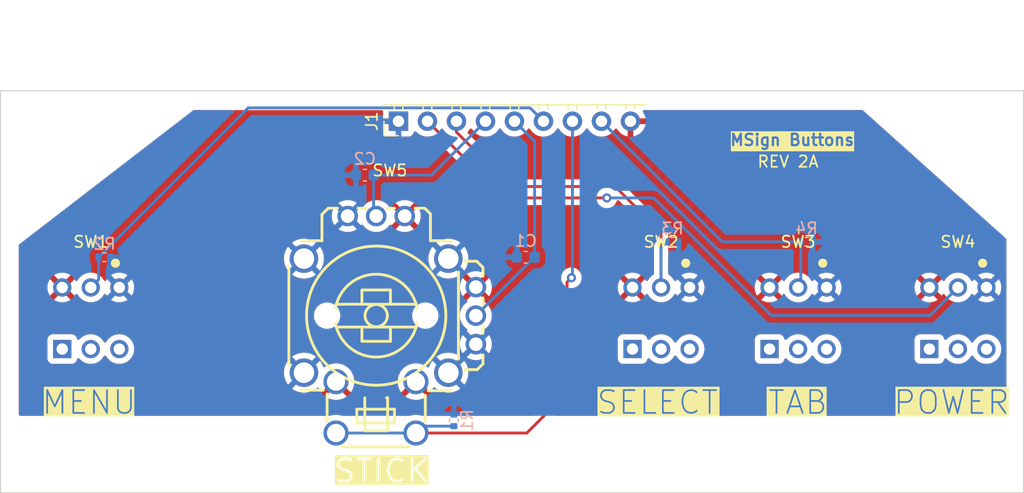
<source format=kicad_pcb>
(kicad_pcb (version 20221018) (generator pcbnew)
  (layers (0 "F.Cu" signal) (31 "B.Cu" signal) (34 "B.Paste" user) (35 "F.Paste" user) (36 "B.SilkS" user "B.Silkscreen") (37 "F.SilkS" user "F.Silkscreen") (38 "B.Mask" user) (39 "F.Mask" user) (44 "Edge.Cuts" user))
  (net 0 "")
  (net 1 "/YADC")
  (net 2 "GND")
  (net 3 "/XADC")
  (net 4 "+3V3")
  (net 5 "/TABBTN")
  (net 6 "/ADCBTN")
  (net 7 "/MENBTN")
  (net 8 "/SELBTN")
  (net 9 "/PWRBTN")
  (footprint "easyeda2kicad:JLCPCB-ToolingHole" (layer "F.Cu") (at 106.6 92.8)
    (fp_text reference "" hide)
    (fp_text value "" hide)
    (pad "" np_thru_hole circle (at 0 0) (size 1.152 1.152) (drill 1.152) (layers "F&B.Cu" "*.Mask"))
  )
  (footprint "easyeda2kicad:SW-TH_6P-L8.45-W8.45-P2.50-LS5.5-BL" (layer "F.Cu") (at 172.75 110.45)
    (fp_text reference "SW3" (at 0 -6.7) (layer "F.SilkS"))
    (fp_text value "PB-22E86C")
    (fp_circle (center 2.16 -4.83) (end 2.36 -4.83) (stroke (width 0.4)) (fill none) (layer "F.SilkS"))
    (pad "1" thru_hole circle (at 2.5 -2.7 180) (size 1.6 1.6) (drill 0.999998) (layers "*.Cu" "*.Mask") (net 2 "GND"))
    (pad "2" thru_hole circle (at 0 -2.7 180) (size 1.6 1.6) (drill 0.999998) (layers "*.Cu" "*.Mask") (net 5 "/TABBTN"))
    (pad "3" thru_hole circle (at -2.5 -2.7 180) (size 1.6 1.6) (drill 0.999998) (layers "*.Cu" "*.Mask") (net 4 "+3V3"))
    (pad "4" thru_hole circle (at 2.5 2.7 180) (size 1.6 1.6) (drill 0.999998) (layers "*.Cu" "*.Mask"))
    (pad "5" thru_hole circle (at 0 2.7 180) (size 1.6 1.6) (drill 0.999998) (layers "*.Cu" "*.Mask"))
    (pad "6" thru_hole rect (at -2.5 2.7 180) (size 1.6 1.6) (drill 0.999998) (layers "*.Cu" "*.Mask"))
  )
  (footprint "easyeda2kicad:SW-TH_6P-L8.45-W8.45-P2.50-LS5.5-BL" (layer "F.Cu") (at 160.75 110.45)
    (fp_text reference "SW2" (at 0 -6.7) (layer "F.SilkS"))
    (fp_text value "PB-22E86C")
    (fp_circle (center 2.16 -4.83) (end 2.36 -4.83) (stroke (width 0.4)) (fill none) (layer "F.SilkS"))
    (pad "1" thru_hole circle (at 2.5 -2.7 180) (size 1.6 1.6) (drill 0.999998) (layers "*.Cu" "*.Mask") (net 2 "GND"))
    (pad "2" thru_hole circle (at 0 -2.7 180) (size 1.6 1.6) (drill 0.999998) (layers "*.Cu" "*.Mask") (net 8 "/SELBTN"))
    (pad "3" thru_hole circle (at -2.5 -2.7 180) (size 1.6 1.6) (drill 0.999998) (layers "*.Cu" "*.Mask") (net 4 "+3V3"))
    (pad "4" thru_hole circle (at 2.5 2.7 180) (size 1.6 1.6) (drill 0.999998) (layers "*.Cu" "*.Mask"))
    (pad "5" thru_hole circle (at 0 2.7 180) (size 1.6 1.6) (drill 0.999998) (layers "*.Cu" "*.Mask"))
    (pad "6" thru_hole rect (at -2.5 2.7 180) (size 1.6 1.6) (drill 0.999998) (layers "*.Cu" "*.Mask"))
  )
  (footprint "easyeda2kicad:SW-TH_6P-L8.45-W8.45-P2.50-LS5.5-BL" (layer "F.Cu") (at 186.75 110.45)
    (fp_text reference "SW4" (at 0 -6.7) (layer "F.SilkS"))
    (fp_text value "PB-22E86C")
    (fp_circle (center 2.16 -4.83) (end 2.36 -4.83) (stroke (width 0.4)) (fill none) (layer "F.SilkS"))
    (pad "1" thru_hole circle (at 2.5 -2.7 180) (size 1.6 1.6) (drill 0.999998) (layers "*.Cu" "*.Mask") (net 2 "GND"))
    (pad "2" thru_hole circle (at 0 -2.7 180) (size 1.6 1.6) (drill 0.999998) (layers "*.Cu" "*.Mask") (net 9 "/PWRBTN"))
    (pad "3" thru_hole circle (at -2.5 -2.7 180) (size 1.6 1.6) (drill 0.999998) (layers "*.Cu" "*.Mask") (net 4 "+3V3"))
    (pad "4" thru_hole circle (at 2.5 2.7 180) (size 1.6 1.6) (drill 0.999998) (layers "*.Cu" "*.Mask"))
    (pad "5" thru_hole circle (at 0 2.7 180) (size 1.6 1.6) (drill 0.999998) (layers "*.Cu" "*.Mask"))
    (pad "6" thru_hole rect (at -2.5 2.7 180) (size 1.6 1.6) (drill 0.999998) (layers "*.Cu" "*.Mask"))
  )
  (footprint "easyeda2kicad:SW-TH_RKJXV1224005" (layer "F.Cu") (at 137 111)
    (fp_text reference "SW5" (at 0 -13.51) (layer "F.SilkS"))
    (fp_text value "RKJXV1224005")
    (fp_line (start -8.85 -5.12) (end -8.85 3.55) (stroke (width 0.25)) (layer "F.SilkS"))
    (fp_line (start -7.75 -7.35) (end -5.95 -7.35) (stroke (width 0.25)) (layer "F.SilkS"))
    (fp_line (start -7.75 5.75) (end -5.83 5.75) (stroke (width 0.25)) (layer "F.SilkS"))
    (fp_line (start -5.95 -9.65) (end -5.4 -10.2) (stroke (width 0.25)) (layer "F.SilkS"))
    (fp_line (start -5.95 -7.35) (end -5.95 -9.65) (stroke (width 0.25)) (layer "F.SilkS"))
    (fp_line (start -5.5 6.09) (end -5.5 8.43) (stroke (width 0.25)) (layer "F.SilkS"))
    (fp_line (start -5.4 -10.2) (end -4.6 -10.2) (stroke (width 0.25)) (layer "F.SilkS"))
    (fp_line (start -4.7 -1.78) (end 2.3 -1.78) (stroke (width 0.25)) (layer "F.SilkS"))
    (fp_line (start -4.7 0.22) (end 2.3 0.22) (stroke (width 0.25)) (layer "F.SilkS"))
    (fp_line (start -4.16 10.72) (end 1.72 10.72) (stroke (width 0.25)) (layer "F.SilkS"))
    (fp_line (start -2.9 7.42) (end 0.4 7.42) (stroke (width 0.25)) (layer "F.SilkS"))
    (fp_line (start -2.9 8.62) (end -2.9 7.42) (stroke (width 0.25)) (layer "F.SilkS"))
    (fp_line (start -2.8 -10.2) (end -2.1 -10.2) (stroke (width 0.25)) (layer "F.SilkS"))
    (fp_line (start -2.45 -3.03) (end 0.05 -3.03) (stroke (width 0.25)) (layer "F.SilkS"))
    (fp_line (start -2.45 -1.78) (end -2.45 -3.03) (stroke (width 0.25)) (layer "F.SilkS"))
    (fp_line (start -2.45 1.47) (end -2.45 0.22) (stroke (width 0.25)) (layer "F.SilkS"))
    (fp_line (start -2.2 6.42) (end -2.2 9.32) (stroke (width 0.25)) (layer "F.SilkS"))
    (fp_line (start -2.2 9.32) (end -0.2 9.32) (stroke (width 0.25)) (layer "F.SilkS"))
    (fp_line (start -0.3 -10.2) (end 0.4 -10.2) (stroke (width 0.25)) (layer "F.SilkS"))
    (fp_line (start -0.2 6.42) (end -0.3 6.42) (stroke (width 0.25)) (layer "F.SilkS"))
    (fp_line (start -0.2 9.32) (end -0.2 6.42) (stroke (width 0.25)) (layer "F.SilkS"))
    (fp_line (start 0.05 -3.03) (end 0.05 -1.78) (stroke (width 0.25)) (layer "F.SilkS"))
    (fp_line (start 0.05 0.22) (end 0.05 1.47) (stroke (width 0.25)) (layer "F.SilkS"))
    (fp_line (start 0.05 1.47) (end -2.45 1.47) (stroke (width 0.25)) (layer "F.SilkS"))
    (fp_line (start 0.4 7.42) (end 0.4 8.62) (stroke (width 0.25)) (layer "F.SilkS"))
    (fp_line (start 0.4 8.62) (end -2.9 8.62) (stroke (width 0.25)) (layer "F.SilkS"))
    (fp_line (start 2.2 -10.2) (end 3.05 -10.2) (stroke (width 0.25)) (layer "F.SilkS"))
    (fp_line (start 3.05 -10.2) (end 3.55 -9.7) (stroke (width 0.25)) (layer "F.SilkS"))
    (fp_line (start 3.1 6.2) (end 3.1 8.46) (stroke (width 0.25)) (layer "F.SilkS"))
    (fp_line (start 3.55 -9.7) (end 3.55 -7.35) (stroke (width 0.25)) (layer "F.SilkS"))
    (fp_line (start 3.55 -7.35) (end 5.35 -7.35) (stroke (width 0.25)) (layer "F.SilkS"))
    (fp_line (start 5.35 -7.35) (end 5.35 -7.25) (stroke (width 0.25)) (layer "F.SilkS"))
    (fp_line (start 5.35 5.8) (end 3.35 5.8) (stroke (width 0.25)) (layer "F.SilkS"))
    (fp_line (start 6 -4.59) (end 6 3.02) (stroke (width 0.25)) (layer "F.SilkS"))
    (fp_line (start 6.01 -4.6) (end 6 -4.59) (stroke (width 0.25)) (layer "F.SilkS"))
    (fp_line (start 6.01 3.03) (end 6 3.02) (stroke (width 0.25)) (layer "F.SilkS"))
    (fp_line (start 6.59 -5.55) (end 7.6 -5.55) (stroke (width 0.25)) (layer "F.SilkS"))
    (fp_line (start 7.6 -5.55) (end 8.15 -5) (stroke (width 0.25)) (layer "F.SilkS"))
    (fp_line (start 7.65 3.95) (end 6.58 3.95) (stroke (width 0.25)) (layer "F.SilkS"))
    (fp_line (start 8.15 -5) (end 8.15 -4.23) (stroke (width 0.25)) (layer "F.SilkS"))
    (fp_line (start 8.15 -2.34) (end 8.15 -1.73) (stroke (width 0.25)) (layer "F.SilkS"))
    (fp_line (start 8.15 0.16) (end 8.15 0.77) (stroke (width 0.25)) (layer "F.SilkS"))
    (fp_line (start 8.15 2.66) (end 8.15 3.45) (stroke (width 0.25)) (layer "F.SilkS"))
    (fp_line (start 8.15 3.45) (end 7.65 3.95) (stroke (width 0.25)) (layer "F.SilkS"))
    (fp_circle (center -1.2 -0.78) (end -0.22 -0.78) (stroke (width 0.25)) (fill none) (layer "F.SilkS"))
    (fp_circle (center -1.2 -0.78) (end 2.43 -0.78) (stroke (width 0.25)) (fill none) (layer "F.SilkS"))
    (fp_circle (center -1.2 -0.78) (end 4.9 -0.78) (stroke (width 0.25)) (fill none) (layer "F.SilkS"))
    (pad "" np_thru_hole circle (at -5.5 -0.78) (size 1.8 1.8) (drill 1.8) (layers "F&B.Cu" "*.Mask"))
    (pad "" np_thru_hole circle (at 3.1 -0.78) (size 1.8 1.8) (drill 1.8) (layers "F&B.Cu" "*.Mask"))
    (pad "1" thru_hole circle (at 7.53 1.72) (size 1.8 1.8) (drill 1.199998) (layers "*.Cu" "*.Mask") (net 2 "GND"))
    (pad "2" thru_hole circle (at 7.53 -0.78) (size 1.8 1.8) (drill 1.199998) (layers "*.Cu" "*.Mask") (net 1 "/YADC"))
    (pad "3" thru_hole circle (at 7.53 -3.28) (size 1.8 1.8) (drill 1.199998) (layers "*.Cu" "*.Mask") (net 4 "+3V3"))
    (pad "4" thru_hole circle (at 1.3 -9.51) (size 1.8 1.8) (drill 1.199998) (layers "*.Cu" "*.Mask") (net 4 "+3V3"))
    (pad "5" thru_hole circle (at -1.2 -9.51) (size 1.8 1.8) (drill 1.199998) (layers "*.Cu" "*.Mask") (net 3 "/XADC"))
    (pad "6" thru_hole circle (at -3.7 -9.51) (size 1.8 1.8) (drill 1.199998) (layers "*.Cu" "*.Mask") (net 2 "GND"))
    (pad "7" thru_hole circle (at -7.53 -5.78) (size 2.5 2.5) (drill 1.799996) (layers "*.Cu" "*.Mask") (net 2 "GND"))
    (pad "8" thru_hole circle (at -7.53 4.22) (size 2.5 2.5) (drill 1.799996) (layers "*.Cu" "*.Mask") (net 2 "GND"))
    (pad "9" thru_hole circle (at 5.12 4.22) (size 2.5 2.5) (drill 1.799996) (layers "*.Cu" "*.Mask") (net 2 "GND"))
    (pad "10" thru_hole circle (at 5.12 -5.78) (size 2.5 2.5) (drill 1.799996) (layers "*.Cu" "*.Mask") (net 2 "GND"))
    (pad "a" thru_hole circle (at -4.72 5.01) (size 2.2 2.2) (drill 1.599997) (layers "*.Cu" "*.Mask") (net 4 "+3V3"))
    (pad "b" thru_hole circle (at -4.72 9.51) (size 2.2 2.2) (drill 1.599997) (layers "*.Cu" "*.Mask") (net 6 "/ADCBTN"))
    (pad "c" thru_hole circle (at 2.28 5.01) (size 2.2 2.2) (drill 1.599997) (layers "*.Cu" "*.Mask") (net 4 "+3V3"))
    (pad "d" thru_hole circle (at 2.28 9.51) (size 2.2 2.2) (drill 1.599997) (layers "*.Cu" "*.Mask") (net 6 "/ADCBTN"))
  )
  (footprint "easyeda2kicad:SW-TH_6P-L8.45-W8.45-P2.50-LS5.5-BL" (layer "F.Cu") (at 110.8 110.45)
    (fp_text reference "SW1" (at 0 -6.7) (layer "F.SilkS"))
    (fp_text value "PB-22E86C")
    (fp_circle (center 2.16 -4.83) (end 2.36 -4.83) (stroke (width 0.4)) (fill none) (layer "F.SilkS"))
    (pad "1" thru_hole circle (at 2.5 -2.7 180) (size 1.6 1.6) (drill 0.999998) (layers "*.Cu" "*.Mask") (net 2 "GND"))
    (pad "2" thru_hole circle (at 0 -2.7 180) (size 1.6 1.6) (drill 0.999998) (layers "*.Cu" "*.Mask") (net 7 "/MENBTN"))
    (pad "3" thru_hole circle (at -2.5 -2.7 180) (size 1.6 1.6) (drill 0.999998) (layers "*.Cu" "*.Mask") (net 4 "+3V3"))
    (pad "4" thru_hole circle (at 2.5 2.7 180) (size 1.6 1.6) (drill 0.999998) (layers "*.Cu" "*.Mask"))
    (pad "5" thru_hole circle (at 0 2.7 180) (size 1.6 1.6) (drill 0.999998) (layers "*.Cu" "*.Mask"))
    (pad "6" thru_hole rect (at -2.5 2.7 180) (size 1.6 1.6) (drill 0.999998) (layers "*.Cu" "*.Mask"))
  )
  (footprint "easyeda2kicad:JLCPCB-ToolingHole" (layer "F.Cu") (at 187 94)
    (fp_text reference "" hide)
    (fp_text value "" hide)
    (pad "" np_thru_hole circle (at 0 0) (size 1.152 1.152) (drill 1.152) (layers "F&B.Cu" "*.Mask"))
  )
  (footprint "Connector_PinHeader_2.54mm:PinHeader_1x09_P2.54mm_Horizontal" (layer "F.Cu") (at 137.75 93.175 90)
    (fp_text reference "J1" (at 0 -2.34 90) (layer "F.SilkS"))
    (fp_text value "Conn_01x09_Pin")
    (fp_line (start -1.27 -1.27) (end 0 -1.27) (stroke (width 0.12)) (layer "F.SilkS"))
    (fp_line (start -1.27 0) (end -1.27 -1.27) (stroke (width 0.12)) (layer "F.SilkS"))
    (fp_line (start 1.042929 2.16) (end 1.44 2.16) (stroke (width 0.12)) (layer "F.SilkS"))
    (fp_line (start 1.042929 2.92) (end 1.44 2.92) (stroke (width 0.12)) (layer "F.SilkS"))
    (fp_line (start 1.042929 4.7) (end 1.44 4.7) (stroke (width 0.12)) (layer "F.SilkS"))
    (fp_line (start 1.042929 5.46) (end 1.44 5.46) (stroke (width 0.12)) (layer "F.SilkS"))
    (fp_line (start 1.042929 7.24) (end 1.44 7.24) (stroke (width 0.12)) (layer "F.SilkS"))
    (fp_line (start 1.042929 8) (end 1.44 8) (stroke (width 0.12)) (layer "F.SilkS"))
    (fp_line (start 1.042929 9.78) (end 1.44 9.78) (stroke (width 0.12)) (layer "F.SilkS"))
    (fp_line (start 1.042929 10.54) (end 1.44 10.54) (stroke (width 0.12)) (layer "F.SilkS"))
    (fp_line (start 1.042929 12.32) (end 1.44 12.32) (stroke (width 0.12)) (layer "F.SilkS"))
    (fp_line (start 1.042929 13.08) (end 1.44 13.08) (stroke (width 0.12)) (layer "F.SilkS"))
    (fp_line (start 1.042929 14.86) (end 1.44 14.86) (stroke (width 0.12)) (layer "F.SilkS"))
    (fp_line (start 1.042929 15.62) (end 1.44 15.62) (stroke (width 0.12)) (layer "F.SilkS"))
    (fp_line (start 1.042929 17.4) (end 1.44 17.4) (stroke (width 0.12)) (layer "F.SilkS"))
    (fp_line (start 1.042929 18.16) (end 1.44 18.16) (stroke (width 0.12)) (layer "F.SilkS"))
    (fp_line (start 1.042929 19.94) (end 1.44 19.94) (stroke (width 0.12)) (layer "F.SilkS"))
    (fp_line (start 1.042929 20.7) (end 1.44 20.7) (stroke (width 0.12)) (layer "F.SilkS"))
    (fp_line (start 1.11 -0.38) (end 1.44 -0.38) (stroke (width 0.12)) (layer "F.SilkS"))
    (fp_line (start 1.11 0.38) (end 1.44 0.38) (stroke (width 0.12)) (layer "F.SilkS"))
    (fp_line (start 1.44 -1.33) (end 1.44 21.65) (stroke (width 0.12)) (layer "F.SilkS"))
    (pad "1" thru_hole rect (at 0 0 90) (size 1.7 1.7) (drill 1) (layers "*.Cu" "*.Mask") (net 2 "GND"))
    (pad "2" thru_hole oval (at 0 2.54 90) (size 1.7 1.7) (drill 1) (layers "*.Cu" "*.Mask") (net 9 "/PWRBTN"))
    (pad "3" thru_hole oval (at 0 5.08 90) (size 1.7 1.7) (drill 1) (layers "*.Cu" "*.Mask") (net 8 "/SELBTN"))
    (pad "4" thru_hole oval (at 0 7.62 90) (size 1.7 1.7) (drill 1) (layers "*.Cu" "*.Mask") (net 3 "/XADC"))
    (pad "5" thru_hole oval (at 0 10.16 90) (size 1.7 1.7) (drill 1) (layers "*.Cu" "*.Mask") (net 1 "/YADC"))
    (pad "6" thru_hole oval (at 0 12.7 90) (size 1.7 1.7) (drill 1) (layers "*.Cu" "*.Mask") (net 7 "/MENBTN"))
    (pad "7" thru_hole oval (at 0 15.24 90) (size 1.7 1.7) (drill 1) (layers "*.Cu" "*.Mask") (net 6 "/ADCBTN"))
    (pad "8" thru_hole oval (at 0 17.78 90) (size 1.7 1.7) (drill 1) (layers "*.Cu" "*.Mask") (net 5 "/TABBTN"))
    (pad "9" thru_hole oval (at 0 20.32 90) (size 1.7 1.7) (drill 1) (layers "*.Cu" "*.Mask") (net 4 "+3V3"))
  )
  (footprint "easyeda2kicad:JLCPCB-ToolingHole" (layer "F.Cu") (at 105.1 123.7)
    (fp_text reference "" hide)
    (fp_text value "" hide)
    (pad "" np_thru_hole circle (at 0 0) (size 1.152 1.152) (drill 1.152) (layers "F&B.Cu" "*.Mask"))
  )
  (footprint "easyeda2kicad:JLCPCB-ToolingHole" (layer "F.Cu") (at 189 123)
    (fp_text reference "" hide)
    (fp_text value "" hide)
    (pad "" np_thru_hole circle (at 0 0) (size 1.152 1.152) (drill 1.152) (layers "F&B.Cu" "*.Mask"))
  )
  (footprint "Capacitor_SMD:C_0603_1608Metric" (layer "B.Cu") (at 148.9 105.1 180)
    (fp_text reference "C1" (at 0 1.43) (layer "B.SilkS") (effects (justify mirror)))
    (fp_text value "47nF")
    (fp_line (start -0.14058 -0.51) (end 0.14058 -0.51) (stroke (width 0.12)) (layer "B.SilkS"))
    (fp_line (start -0.14058 0.51) (end 0.14058 0.51) (stroke (width 0.12)) (layer "B.SilkS"))
    (pad "1" smd roundrect (at -0.775 0 180) (size 0.9 0.95) (layers "B.Cu" "B.Paste" "B.Mask") (net 1 "/YADC"))
    (pad "2" smd roundrect (at 0.775 0 180) (size 0.9 0.95) (layers "B.Cu" "B.Paste" "B.Mask") (net 2 "GND"))
  )
  (footprint "Resistor_SMD:R_0402_1005Metric" (layer "B.Cu") (at 112 105.1 180)
    (fp_text reference "R2" (at 0 1.17) (layer "B.SilkS") (effects (justify mirror)))
    (fp_text value "12k")
    (fp_line (start -0.153641 -0.38) (end 0.153641 -0.38) (stroke (width 0.12)) (layer "B.SilkS"))
    (fp_line (start -0.153641 0.38) (end 0.153641 0.38) (stroke (width 0.12)) (layer "B.SilkS"))
    (pad "1" smd roundrect (at -0.51 0 180) (size 0.54 0.64) (layers "B.Cu" "B.Paste" "B.Mask") (net 2 "GND"))
    (pad "2" smd roundrect (at 0.51 0 180) (size 0.54 0.64) (layers "B.Cu" "B.Paste" "B.Mask") (net 7 "/MENBTN"))
  )
  (footprint "Resistor_SMD:R_0402_1005Metric" (layer "B.Cu") (at 142.6 119.4 90)
    (fp_text reference "R1" (at 0 1.17 90) (layer "B.SilkS") (effects (justify mirror)))
    (fp_text value "12k")
    (fp_line (start -0.153641 -0.38) (end 0.153641 -0.38) (stroke (width 0.12)) (layer "B.SilkS"))
    (fp_line (start -0.153641 0.38) (end 0.153641 0.38) (stroke (width 0.12)) (layer "B.SilkS"))
    (pad "1" smd roundrect (at -0.51 0 90) (size 0.54 0.64) (layers "B.Cu" "B.Paste" "B.Mask") (net 6 "/ADCBTN"))
    (pad "2" smd roundrect (at 0.51 0 90) (size 0.54 0.64) (layers "B.Cu" "B.Paste" "B.Mask") (net 2 "GND"))
  )
  (footprint "Resistor_SMD:R_0402_1005Metric" (layer "B.Cu") (at 161.75 103.75 180)
    (fp_text reference "R3" (at 0 1.17) (layer "B.SilkS") (effects (justify mirror)))
    (fp_text value "12k")
    (fp_line (start -0.153641 -0.38) (end 0.153641 -0.38) (stroke (width 0.12)) (layer "B.SilkS"))
    (fp_line (start -0.153641 0.38) (end 0.153641 0.38) (stroke (width 0.12)) (layer "B.SilkS"))
    (pad "1" smd roundrect (at -0.51 0 180) (size 0.54 0.64) (layers "B.Cu" "B.Paste" "B.Mask") (net 2 "GND"))
    (pad "2" smd roundrect (at 0.51 0 180) (size 0.54 0.64) (layers "B.Cu" "B.Paste" "B.Mask") (net 8 "/SELBTN"))
  )
  (footprint "Resistor_SMD:R_0402_1005Metric" (layer "B.Cu") (at 173.5 103.75 180)
    (fp_text reference "R4" (at 0 1.17) (layer "B.SilkS") (effects (justify mirror)))
    (fp_text value "12k")
    (fp_line (start -0.153641 -0.38) (end 0.153641 -0.38) (stroke (width 0.12)) (layer "B.SilkS"))
    (fp_line (start -0.153641 0.38) (end 0.153641 0.38) (stroke (width 0.12)) (layer "B.SilkS"))
    (pad "1" smd roundrect (at -0.51 0 180) (size 0.54 0.64) (layers "B.Cu" "B.Paste" "B.Mask") (net 2 "GND"))
    (pad "2" smd roundrect (at 0.51 0 180) (size 0.54 0.64) (layers "B.Cu" "B.Paste" "B.Mask") (net 5 "/TABBTN"))
  )
  (footprint "Capacitor_SMD:C_0603_1608Metric" (layer "B.Cu") (at 134.8 97.9 180)
    (fp_text reference "C2" (at 0 1.43) (layer "B.SilkS") (effects (justify mirror)))
    (fp_text value "47nF")
    (fp_line (start -0.14058 -0.51) (end 0.14058 -0.51) (stroke (width 0.12)) (layer "B.SilkS"))
    (fp_line (start -0.14058 0.51) (end 0.14058 0.51) (stroke (width 0.12)) (layer "B.SilkS"))
    (pad "1" smd roundrect (at -0.775 0 180) (size 0.9 0.95) (layers "B.Cu" "B.Paste" "B.Mask") (net 3 "/XADC"))
    (pad "2" smd roundrect (at 0.775 0 180) (size 0.9 0.95) (layers "B.Cu" "B.Paste" "B.Mask") (net 2 "GND"))
  )
  (gr_rect (start 102.9 90.5) (end 192.5 125.75) (stroke (width 0.1)) (fill none) (layer "Edge.Cuts"))
  (gr_text "MSign Buttons" (at 166.7 95.4) (layer "F.SilkS" knockout) (effects (font (size 1 1) (thickness 0.2) bold) (justify left bottom)))
  (gr_text "SELECT" (at 155 119) (layer "F.SilkS" knockout) (effects (font (size 2 2)) (justify left bottom)))
  (gr_text "TAB" (at 170 119) (layer "F.SilkS" knockout) (effects (font (size 2 2)) (justify left bottom)))
  (gr_text "REV 2A" (at 169.1 97.3) (layer "F.SilkS") (effects (font (size 1 1)) (justify left bottom)))
  (gr_text "MENU" (at 106.408052 119) (layer "F.SilkS" knockout) (effects (font (size 2 2)) (justify left bottom)))
  (gr_text "STICK" (at 132 125) (layer "F.SilkS" knockout) (effects (font (size 2 2)) (justify left bottom)))
  (gr_text "POWER" (at 181 119) (layer "F.SilkS" knockout) (effects (font (size 2 2)) (justify left bottom)))
  (segment (start 149.675 105.075) (end 149.675 94.94) (width 0.25) (layer "B.Cu") (net 1))
  (segment (start 144.53 110.22) (end 149.675 105.075) (width 0.25) (layer "B.Cu") (net 1))
  (segment (start 149.675 94.94) (end 147.91 93.175) (width 0.25) (layer "B.Cu") (net 1))
  (segment (start 135.575 101.265) (end 135.8 101.49) (width 0.25) (layer "B.Cu") (net 3))
  (segment (start 140.645 97.9) (end 145.37 93.175) (width 0.25) (layer "B.Cu") (net 3))
  (segment (start 135.575 97.9) (end 140.645 97.9) (width 0.25) (layer "B.Cu") (net 3))
  (segment (start 135.575 97.9) (end 135.575 101.265) (width 0.25) (layer "B.Cu") (net 3))
  (segment (start 172.99 103.75) (end 166.105 103.75) (width 0.25) (layer "B.Cu") (net 5))
  (segment (start 172.99 103.75) (end 172.99 107.51) (width 0.25) (layer "B.Cu") (net 5))
  (segment (start 166.105 103.75) (end 155.53 93.175) (width 0.25) (layer "B.Cu") (net 5))
  (segment (start 172.99 107.51) (end 172.75 107.75) (width 0.25) (layer "B.Cu") (net 5))
  (segment (start 148.99 120.51) (end 139.28 120.51) (width 0.25) (layer "F.Cu") (net 6))
  (segment (start 152.9 106.9) (end 152.51 107.29) (width 0.25) (layer "F.Cu") (net 6))
  (segment (start 152.51 107.29) (end 152.51 116.99) (width 0.25) (layer "F.Cu") (net 6))
  (segment (start 152.51 116.99) (end 148.99 120.51) (width 0.25) (layer "F.Cu") (net 6))
  (via (at 152.9 106.9) (size 0.8) (drill 0.4) (layers "F.Cu" "B.Cu") (net 6))
  (segment (start 152.99 106.81) (end 152.99 93.175) (width 0.25) (layer "B.Cu") (net 6))
  (segment (start 152.9 106.9) (end 152.99 106.81) (width 0.25) (layer "B.Cu") (net 6))
  (segment (start 139.88 119.91) (end 139.28 120.51) (width 0.25) (layer "B.Cu") (net 6))
  (segment (start 142.6 119.91) (end 139.88 119.91) (width 0.25) (layer "B.Cu") (net 6))
  (segment (start 139.28 120.51) (end 132.28 120.51) (width 0.25) (layer "B.Cu") (net 6))
  (segment (start 111.49 105.1) (end 124.59 92) (width 0.25) (layer "B.Cu") (net 7))
  (segment (start 124.59 92) (end 149.275 92) (width 0.25) (layer "B.Cu") (net 7))
  (segment (start 149.275 92) (end 150.45 93.175) (width 0.25) (layer "B.Cu") (net 7))
  (segment (start 111.49 107.06) (end 110.8 107.75) (width 0.25) (layer "B.Cu") (net 7))
  (segment (start 111.49 105.1) (end 111.49 107.06) (width 0.25) (layer "B.Cu") (net 7))
  (segment (start 147.6 98.9) (end 142.83 94.13) (width 0.25) (layer "F.Cu") (net 8))
  (segment (start 156.725305 98.9) (end 147.6 98.9) (width 0.25) (layer "F.Cu") (net 8))
  (segment (start 160.75 102.924695) (end 156.725305 98.9) (width 0.25) (layer "F.Cu") (net 8))
  (segment (start 142.83 94.13) (end 142.83 93.175) (width 0.25) (layer "F.Cu") (net 8))
  (segment (start 160.75 107.75) (end 160.75 102.924695) (width 0.25) (layer "F.Cu") (net 8))
  (segment (start 160.75 107.75) (end 160.75 104.24) (width 0.25) (layer "B.Cu") (net 8))
  (segment (start 160.75 104.24) (end 161.24 103.75) (width 0.25) (layer "B.Cu") (net 8))
  (segment (start 156 99.9) (end 147.015 99.9) (width 0.25) (layer "F.Cu") (net 9))
  (segment (start 147.015 99.9) (end 140.29 93.175) (width 0.25) (layer "F.Cu") (net 9))
  (via (at 156 99.9) (size 0.8) (drill 0.4) (layers "F.Cu" "B.Cu") (net 9))
  (segment (start 156 99.9) (end 160.1 99.9) (width 0.25) (layer "B.Cu") (net 9))
  (segment (start 170.4 110.2) (end 184.3 110.2) (width 0.25) (layer "B.Cu") (net 9))
  (segment (start 160.1 99.9) (end 170.4 110.2) (width 0.25) (layer "B.Cu") (net 9))
  (segment (start 184.3 110.2) (end 186.75 107.75) (width 0.25) (layer "B.Cu") (net 9))
  (zone (net 0) (net_name "") (layer "F.Cu") (connect_pads (clearance 0)) (min_thickness 0.25)
    (keepout (tracks not_allowed) (vias not_allowed) (pads allowed) (copperpour not_allowed) (footprints allowed))
    (fill (thermal_gap 0.5) (thermal_bridge_width 0.5))
    (polygon (pts (xy 129.4 107.7) (xy 129.4 113.7) (xy 134.4 115.2) (xy 134.4 121.2) (xy 137.4 121.2) (xy 137.4 115.2) (xy 141.9 113.7) (xy 141.9 107.7) (xy 138.4 104.2) (xy 133.4 104.2)))
  )
  (zone (net 4) (net_name "+3V3") (layer "F.Cu") (connect_pads (clearance 0.5)) (min_thickness 0.25) (fill yes (thermal_gap 0.5) (thermal_bridge_width 0.5))
    (polygon (pts (xy 104.5 104) (xy 119.8 92.2) (xy 178.4 92.2) (xy 191 103.5) (xy 191 119) (xy 104.5 119)))
  )
  (zone (net 2) (net_name "GND") (layer "B.Cu") (priority 1) (connect_pads (clearance 0.5)) (min_thickness 0.25) (fill yes (thermal_gap 0.5) (thermal_bridge_width 0.5))
    (polygon (pts (xy 178.4 92.2) (xy 191 103.5) (xy 191 119) (xy 104.5 119) (xy 104.5 104) (xy 119.8 92.2)))
  )
)
</source>
